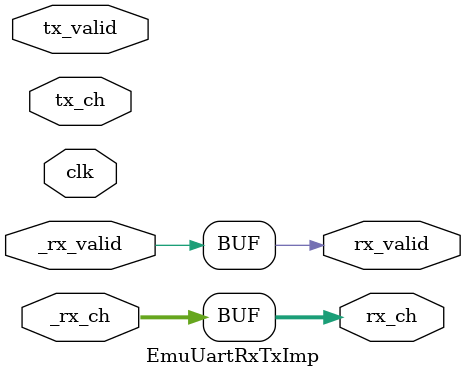
<source format=v>
`timescale 1ns / 1ps

`include "axi.vh"

module EmuUartRxTxImp (
    input  wire         clk,

    input  wire         tx_valid,
    input  wire [7:0]   tx_ch,
    output wire         rx_valid,
    output wire [7:0]   rx_ch,

    (* remu_signal *)
    input  wire         _rx_valid,
    (* remu_signal *)
    input  wire [7:0]   _rx_ch
);

    assign rx_valid = _rx_valid;
    assign rx_ch = _rx_ch;

    always @(posedge clk) begin
        if (tx_valid)
            $write("%c", tx_ch);
    end

endmodule

</source>
